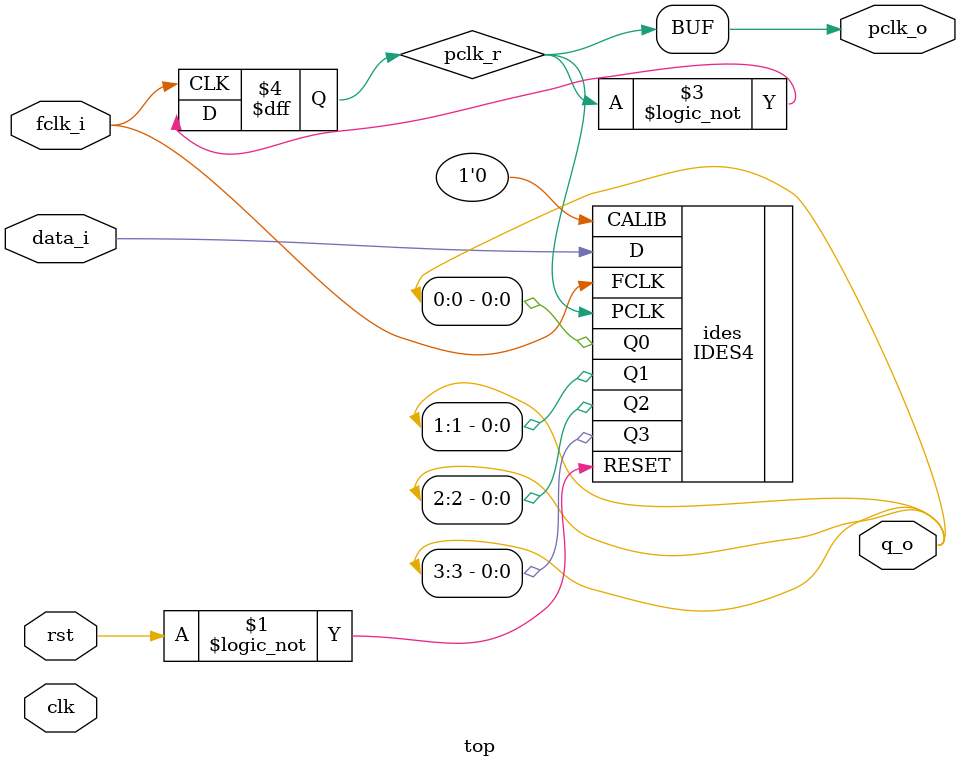
<source format=v>
`default_nettype none
module top(input wire clk, 
	input wire rst, 
	input wire fclk_i,
	input wire data_i,
	output wire pclk_o,
	output wire [7:0]q_o);

    IDES4 ides(
        .D(data_i),
		.FCLK(fclk_i),
		.PCLK(pclk_o),
		.CALIB(1'b0),
		.RESET(!rst),
        .Q0(q_o[0]),
        .Q1(q_o[1]),
        .Q2(q_o[2]),
        .Q3(q_o[3])
    );
	defparam ides.GSREN="false";
	defparam ides.LSREN="true";

    reg pclk_r;
    always @(posedge fclk_i) begin
        pclk_r <= !pclk_r;
    end
	assign pclk_o = pclk_r;

endmodule

</source>
